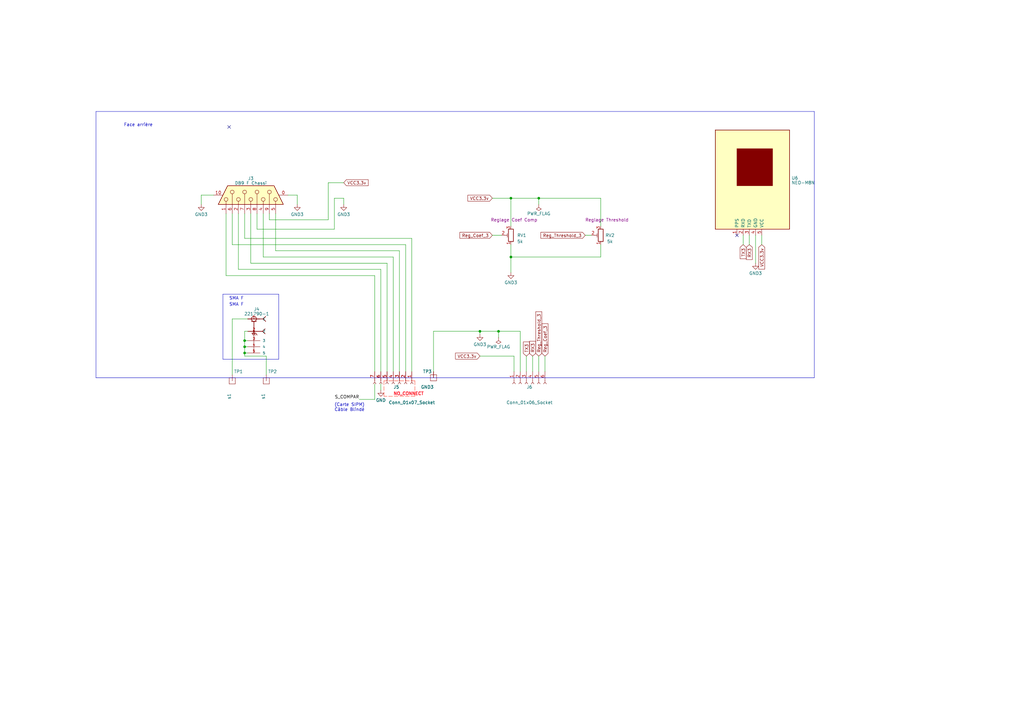
<source format=kicad_sch>
(kicad_sch (version 20230121) (generator eeschema)
  (paper "A3")
  (title_block (date "2023-03-07") (rev "Carte GPS SIPM_V3") (company "P&SC"))
  (lib_symbols
    (symbol "221790-1_1" (pin_names (offset 1.016))
      (property "Reference" "J" (at -3.8155 4.0699 0))
      (property "Value" "221790-1" (at -4.3236 -5.5953 0))
      (symbol "221790-1_1_0_0"
        (circle (center 0 -2.54) (radius 0.254) (stroke (width 0.254)))
        (polyline (pts (xy -4.826 1.524) (xy -3.81 2.54)) (stroke (width 0.254)))
        (polyline (pts (xy -4.826 3.556) (xy -3.81 2.54)) (stroke (width 0.254)))
        (polyline (pts (xy -4.572 -3.556) (xy -3.556 -2.54)) (stroke (width 0.254)))
        (polyline (pts (xy -4.572 -1.524) (xy -3.556 -2.54)) (stroke (width 0.254)))
        (polyline (pts (xy -3.81 2.54) (xy 2.54 2.54)) (stroke (width 0.254)))
        (polyline (pts (xy -1.016 1.524) (xy 0 1.524)) (stroke (width 0.254)))
        (polyline (pts (xy -0.762 -3.302) (xy -1.27 -4.064)) (stroke (width 0.254)))
        (polyline (pts (xy 0 -3.302) (xy -0.762 -3.302)) (stroke (width 0.254)))
        (polyline (pts (xy 0 -3.302) (xy -0.508 -4.064)) (stroke (width 0.254)))
        (polyline (pts (xy 0 -3.302) (xy 0.762 -3.302)) (stroke (width 0.254)))
        (polyline (pts (xy 0 -2.54) (xy -3.556 -2.54)) (stroke (width 0.254)))
        (polyline (pts (xy 0 -2.54) (xy 0 -3.302)) (stroke (width 0.254)))
        (polyline (pts (xy 0 1.524) (xy 0 -2.54)) (stroke (width 0.254)))
        (polyline (pts (xy 0 1.524) (xy 1.016 1.524)) (stroke (width 0.254)))
        (polyline (pts (xy 0.762 -3.302) (xy 0.254 -4.064)) (stroke (width 0.254)))
        (polyline (pts (xy 2.54 -2.54) (xy 0 -2.54)) (stroke (width 0.254)))
        (circle (center 0 2.54) (radius 1.016) (stroke (width 0.254)))
        (pin passive line (at 2.54 2.54 180) (length 5.08) (name "1") (number "1"))
        (pin passive line (at 2.54 -2.54 180) (length 5.08) (name "2") (number "2"))
        (pin passive line (at 2.54 -6.35 180) (length 5.08) (name "3") (number "3"))
        (pin passive line (at 2.54 -8.89 180) (length 5.08) (name "4") (number "4"))
        (pin passive line (at 2.54 -11.43 180) (length 5.08) (name "5") (number "5"))
      )
      (symbol "221790-1_1_0_1"
        (polyline (pts (xy 0 -8.89) (xy 0 -11.43)))
        (polyline (pts (xy 0 -6.985) (xy 0 -8.89)))
        (polyline (pts (xy 0 -2.54) (xy 0 -6.985)))
      )
    )
    (symbol "Composants_2023:NEO-M8N"
      (property "Reference" "U3" (at 16.002 0.6437 0))
      (property "Value" "NEO-M8N" (at 16.002 -1.2773 0))
      (symbol "NEO-M8N_0_1"
        (rectangle (start -15.24 20.32) (end 15.24 -20.32) (stroke (width 0.254)) (fill (type background)))
        (rectangle (start -6.35 12.7) (end 8.255 -2.54) (stroke (width 0.1524)) (fill (type outline)))
      )
      (symbol "NEO-M8N_1_1"
        (pin output line (at -6.35 -22.86 90) (length 2.54) (name "PPS") (number "1"))
        (pin input line (at -3.81 -22.86 90) (length 2.54) (name "RXD") (number "2"))
        (pin output line (at -1.27 -22.86 90) (length 2.54) (name "TXD") (number "3"))
        (pin power_in line (at 1.27 -22.86 90) (length 2.54) (name "GND") (number "4"))
        (pin power_in line (at 3.81 -22.86 90) (length 2.54) (name "VCC") (number "5"))
      )
    )
    (symbol "Composants_CF_2023:DE9_Receptacle_MountingHoles" (pin_names (offset 1.016) hide)
      (property "Reference" "J" (at 0 16.51 0))
      (property "Value" "DE9_Receptacle_MountingHoles" (at 19.685 15.875 0))
      (symbol "DE9_Receptacle_MountingHoles_0_1"
        (circle (center -1.778 -10.16) (radius 0.762))
        (circle (center -1.778 -5.08) (radius 0.762))
        (circle (center -1.778 0) (radius 0.762))
        (circle (center -1.778 5.08) (radius 0.762))
        (circle (center -1.778 10.16) (radius 0.762))
        (polyline (pts (xy -3.81 -10.16) (xy -2.54 -10.16)))
        (polyline (pts (xy -3.81 -7.62) (xy 0.508 -7.62)))
        (polyline (pts (xy -3.81 -5.08) (xy -2.54 -5.08)))
        (polyline (pts (xy -3.81 -2.54) (xy 0.508 -2.54)))
        (polyline (pts (xy -3.81 0) (xy -2.54 0)))
        (polyline (pts (xy -3.81 2.54) (xy 0.508 2.54)))
        (polyline (pts (xy -3.81 5.08) (xy -2.54 5.08)))
        (polyline (pts (xy -3.81 7.62) (xy 0.508 7.62)))
        (polyline (pts (xy -3.81 10.16) (xy -2.54 10.16)))
        (polyline (pts (xy -3.81 13.335) (xy -3.81 -13.335) (xy 3.81 -9.525) (xy 3.81 9.525) (xy -3.81 13.335)) (stroke (width 0.254)) (fill (type background)))
        (circle (center 1.27 -7.62) (radius 0.762))
        (circle (center 1.27 -2.54) (radius 0.762))
        (circle (center 1.27 2.54) (radius 0.762))
        (circle (center 1.27 7.62) (radius 0.762))
      )
      (symbol "DE9_Receptacle_MountingHoles_1_1"
        (pin passive line (at 0 -15.24 90) (length 3.81) (name "PAD") (number "0"))
        (pin passive line (at -7.62 10.16 0) (length 3.81) (name "1") (number "1"))
        (pin passive line (at 0 15.24 270) (length 3.81) (name "PAD") (number "10"))
        (pin passive line (at -7.62 5.08 0) (length 3.81) (name "2") (number "2"))
        (pin passive line (at -7.62 0 0) (length 3.81) (name "3") (number "3"))
        (pin passive line (at -7.62 -5.08 0) (length 3.81) (name "4") (number "4"))
        (pin passive line (at -7.62 -10.16 0) (length 3.81) (name "5") (number "5"))
        (pin passive line (at -7.62 7.62 0) (length 3.81) (name "6") (number "6"))
        (pin passive line (at -7.62 2.54 0) (length 3.81) (name "7") (number "7"))
        (pin passive line (at -7.62 -2.54 0) (length 3.81) (name "8") (number "8"))
        (pin passive line (at -7.62 -7.62 0) (length 3.81) (name "9") (number "9"))
      )
    )
    (symbol "Connector:Conn_01x06_Socket" (pin_names (offset 1.016) hide)
      (property "Reference" "J" (at 0 7.62 0))
      (property "Value" "Conn_01x06_Socket" (at 0 -10.16 0))
      (symbol "Conn_01x06_Socket_1_1"
        (arc (start 0 -7.112) (mid -0.5058 -7.62) (end 0 -8.128) (stroke (width 0.1524)))
        (arc (start 0 -4.572) (mid -0.5058 -5.08) (end 0 -5.588) (stroke (width 0.1524)))
        (arc (start 0 -2.032) (mid -0.5058 -2.54) (end 0 -3.048) (stroke (width 0.1524)))
        (polyline (pts (xy -1.27 -7.62) (xy -0.508 -7.62)) (stroke (width 0.1524)))
        (polyline (pts (xy -1.27 -5.08) (xy -0.508 -5.08)) (stroke (width 0.1524)))
        (polyline (pts (xy -1.27 -2.54) (xy -0.508 -2.54)) (stroke (width 0.1524)))
        (polyline (pts (xy -1.27 0) (xy -0.508 0)) (stroke (width 0.1524)))
        (polyline (pts (xy -1.27 2.54) (xy -0.508 2.54)) (stroke (width 0.1524)))
        (polyline (pts (xy -1.27 5.08) (xy -0.508 5.08)) (stroke (width 0.1524)))
        (arc (start 0 0.508) (mid -0.5058 0) (end 0 -0.508) (stroke (width 0.1524)))
        (arc (start 0 3.048) (mid -0.5058 2.54) (end 0 2.032) (stroke (width 0.1524)))
        (arc (start 0 5.588) (mid -0.5058 5.08) (end 0 4.572) (stroke (width 0.1524)))
        (pin passive line (at -5.08 5.08 0) (length 3.81) (name "Pin_1") (number "1"))
        (pin passive line (at -5.08 2.54 0) (length 3.81) (name "Pin_2") (number "2"))
        (pin passive line (at -5.08 0 0) (length 3.81) (name "Pin_3") (number "3"))
        (pin passive line (at -5.08 -2.54 0) (length 3.81) (name "Pin_4") (number "4"))
        (pin passive line (at -5.08 -5.08 0) (length 3.81) (name "Pin_5") (number "5"))
        (pin passive line (at -5.08 -7.62 0) (length 3.81) (name "Pin_6") (number "6"))
      )
    )
    (symbol "Connector:Conn_01x07_Socket" (pin_names (offset 1.016) hide)
      (property "Reference" "J" (at 0 10.16 0))
      (property "Value" "Conn_01x07_Socket" (at 0 -10.16 0))
      (symbol "Conn_01x07_Socket_1_1"
        (arc (start 0 -7.112) (mid -0.5058 -7.62) (end 0 -8.128) (stroke (width 0.1524)))
        (arc (start 0 -4.572) (mid -0.5058 -5.08) (end 0 -5.588) (stroke (width 0.1524)))
        (arc (start 0 -2.032) (mid -0.5058 -2.54) (end 0 -3.048) (stroke (width 0.1524)))
        (polyline (pts (xy -1.27 -7.62) (xy -0.508 -7.62)) (stroke (width 0.1524)))
        (polyline (pts (xy -1.27 -5.08) (xy -0.508 -5.08)) (stroke (width 0.1524)))
        (polyline (pts (xy -1.27 -2.54) (xy -0.508 -2.54)) (stroke (width 0.1524)))
        (polyline (pts (xy -1.27 0) (xy -0.508 0)) (stroke (width 0.1524)))
        (polyline (pts (xy -1.27 2.54) (xy -0.508 2.54)) (stroke (width 0.1524)))
        (polyline (pts (xy -1.27 5.08) (xy -0.508 5.08)) (stroke (width 0.1524)))
        (polyline (pts (xy -1.27 7.62) (xy -0.508 7.62)) (stroke (width 0.1524)))
        (arc (start 0 0.508) (mid -0.5058 0) (end 0 -0.508) (stroke (width 0.1524)))
        (arc (start 0 3.048) (mid -0.5058 2.54) (end 0 2.032) (stroke (width 0.1524)))
        (arc (start 0 5.588) (mid -0.5058 5.08) (end 0 4.572) (stroke (width 0.1524)))
        (arc (start 0 8.128) (mid -0.5058 7.62) (end 0 7.112) (stroke (width 0.1524)))
        (pin passive line (at -5.08 7.62 0) (length 3.81) (name "Pin_1") (number "1"))
        (pin passive line (at -5.08 5.08 0) (length 3.81) (name "Pin_2") (number "2"))
        (pin passive line (at -5.08 2.54 0) (length 3.81) (name "Pin_3") (number "3"))
        (pin passive line (at -5.08 0 0) (length 3.81) (name "Pin_4") (number "4"))
        (pin passive line (at -5.08 -2.54 0) (length 3.81) (name "Pin_5") (number "5"))
        (pin passive line (at -5.08 -5.08 0) (length 3.81) (name "Pin_6") (number "6"))
        (pin passive line (at -5.08 -7.62 0) (length 3.81) (name "Pin_7") (number "7"))
      )
    )
    (symbol "Device:R_Potentiometer_Trim" (pin_names (offset 1.016) hide)
      (property "Reference" "RV" (at -4.445 0 90))
      (property "Value" "R_Potentiometer_Trim" (at -2.54 0 90))
      (symbol "R_Potentiometer_Trim_0_1"
        (polyline (pts (xy 1.524 0.762) (xy 1.524 -0.762)))
        (polyline (pts (xy 2.54 0) (xy 1.524 0)))
        (rectangle (start 1.016 2.54) (end -1.016 -2.54) (stroke (width 0.254)))
      )
      (symbol "R_Potentiometer_Trim_1_1"
        (pin passive line (at 0 3.81 270) (length 1.27) (name "1") (number "1"))
        (pin passive line (at 3.81 0 180) (length 1.27) (name "2") (number "2"))
        (pin passive line (at 0 -3.81 90) (length 1.27) (name "3") (number "3"))
      )
    )
    (symbol "Module_Perso:TestPoint" (pin_numbers hide) (pin_names (offset 0.762) hide)
      (property "Reference" "TP" (at 0 6.858 0))
      (property "Value" "TestPoint" (at 0 5.08 0))
      (symbol "TestPoint_0_1"
        (rectangle (start -1.27 3.81) (end 1.27 1.27) (stroke (width 0.1524)))
      )
      (symbol "TestPoint_1_1"
        (pin passive line (at 0 0 90) (length 2.54) (name "1") (number "1"))
      )
    )
    (symbol "power:GND" (power) (pin_names (offset 0))
      (property "Value" "GND" (at 0 -3.81 0))
      (symbol "GND_0_1"
        (polyline (pts (xy 0 0) (xy 0 -1.27) (xy 1.27 -1.27) (xy 0 -2.54) (xy -1.27 -1.27) (xy 0 -1.27)))
      )
      (symbol "GND_1_1"
        (pin power_in line (at 0 0 270) (length 0) hide (name "GND") (number "1"))
      )
    )
    (symbol "power:GND3" (power) (pin_names (offset 0))
      (property "Value" "GND3" (at 0 -3.81 0))
      (symbol "GND3_0_1"
        (polyline (pts (xy 0 0) (xy 0 -1.27) (xy 1.27 -1.27) (xy 0 -2.54) (xy -1.27 -1.27) (xy 0 -1.27)))
      )
      (symbol "GND3_1_1"
        (pin power_in line (at 0 0 270) (length 0) hide (name "GND3") (number "1"))
      )
    )
    (symbol "power:PWR_FLAG" (power) (pin_numbers hide) (pin_names (offset 0) hide)
      (property "Value" "PWR_FLAG" (at 0 3.81 0))
      (symbol "PWR_FLAG_0_0"
        (pin power_out line (at 0 0 90) (length 0) (name "pwr") (number "1"))
      )
      (symbol "PWR_FLAG_0_1"
        (polyline (pts (xy 0 0) (xy 0 1.27) (xy -1.016 1.905) (xy 0 2.54) (xy 1.016 1.905) (xy 0 1.27)))
      )
    )
  )
  (junction (at 196.85 135.89))
  (junction (at 100.33 139.7))
  (junction (at 100.33 144.78))
  (junction (at 220.98 81.28))
  (junction (at 204.47 135.89))
  (junction (at 100.33 142.24))
  (junction (at 209.55 105.41))
  (junction (at 209.55 81.28))
  (no_connect (at 93.98 52.07))
  (no_connect (at 302.26 96.52))
  (wire (pts (xy 201.93 96.52) (xy 205.74 96.52)))
  (wire (pts (xy 100.33 97.79) (xy 100.33 87.63)))
  (wire (pts (xy 210.82 146.05) (xy 210.82 152.4)))
  (wire (pts (xy 147.32 163.83) (xy 153.67 163.83)))
  (wire (pts (xy 105.41 87.63) (xy 105.41 93.98)))
  (wire (pts (xy 100.33 142.24) (xy 100.33 139.7)))
  (polyline (pts (xy 114.3 120.65) (xy 114.3 147.32)))
  (wire (pts (xy 223.52 146.05) (xy 223.52 152.4)))
  (wire (pts (xy 95.25 130.81) (xy 95.25 153.67)))
  (wire (pts (xy 109.22 146.05) (xy 100.33 146.05)))
  (wire (pts (xy 156.21 110.49) (xy 156.21 152.4)))
  (wire (pts (xy 177.8 135.89) (xy 177.8 152.4)))
  (wire (pts (xy 107.95 105.41) (xy 161.29 105.41)))
  (polyline (pts (xy 170.18 156.21) (xy 157.48 156.21)) (stroke (width 0) (type dash) (color 255 50 27 1)))
  (polyline (pts (xy 91.44 120.65) (xy 114.3 120.65)))
  (polyline (pts (xy 39.37 45.72) (xy 334.01 45.72)))
  (wire (pts (xy 153.67 157.48) (xy 153.67 163.83)))
  (wire (pts (xy 161.29 105.41) (xy 161.29 152.4)))
  (wire (pts (xy 107.95 87.63) (xy 107.95 105.41)))
  (wire (pts (xy 204.47 135.89) (xy 213.36 135.89)))
  (wire (pts (xy 196.85 146.05) (xy 210.82 146.05)))
  (wire (pts (xy 113.03 87.63) (xy 113.03 102.87)))
  (wire (pts (xy 209.55 105.41) (xy 209.55 111.76)))
  (wire (pts (xy 110.49 90.17) (xy 134.62 90.17)))
  (wire (pts (xy 134.62 74.93) (xy 140.97 74.93)))
  (wire (pts (xy 137.16 81.28) (xy 140.97 81.28)))
  (wire (pts (xy 109.22 153.67) (xy 109.22 146.05)))
  (polyline (pts (xy 170.18 162.56) (xy 157.48 162.56)) (stroke (width 0) (type dash) (color 255 50 27 1)))
  (wire (pts (xy 209.55 100.33) (xy 209.55 105.41)))
  (wire (pts (xy 102.87 107.95) (xy 102.87 87.63)))
  (wire (pts (xy 100.33 142.24) (xy 101.6 142.24)))
  (wire (pts (xy 118.11 80.01) (xy 121.92 80.01)))
  (polyline (pts (xy 91.44 120.65) (xy 91.44 147.32)))
  (wire (pts (xy 201.93 81.28) (xy 209.55 81.28)))
  (wire (pts (xy 134.62 90.17) (xy 134.62 74.93)))
  (wire (pts (xy 92.71 87.63) (xy 92.71 113.03)))
  (wire (pts (xy 215.9 146.05) (xy 215.9 152.4)))
  (wire (pts (xy 100.33 139.7) (xy 100.33 135.89)))
  (wire (pts (xy 110.49 87.63) (xy 110.49 90.17)))
  (wire (pts (xy 309.88 96.52) (xy 309.88 107.95)))
  (wire (pts (xy 304.8 96.52) (xy 304.8 100.33)))
  (polyline (pts (xy 170.18 156.21) (xy 170.18 162.56)) (stroke (width 0) (type dash) (color 255 50 27 1)))
  (wire (pts (xy 156.21 157.48) (xy 156.21 160.02)))
  (wire (pts (xy 168.91 152.4) (xy 168.91 97.79)))
  (polyline (pts (xy 334.01 154.94) (xy 39.37 154.94)))
  (wire (pts (xy 82.55 80.01) (xy 82.55 83.82)))
  (wire (pts (xy 100.33 139.7) (xy 101.6 139.7)))
  (wire (pts (xy 220.98 81.28) (xy 246.38 81.28)))
  (wire (pts (xy 121.92 83.82) (xy 121.92 80.01)))
  (wire (pts (xy 100.33 144.78) (xy 100.33 142.24)))
  (wire (pts (xy 196.85 135.89) (xy 177.8 135.89)))
  (wire (pts (xy 100.33 146.05) (xy 100.33 144.78)))
  (wire (pts (xy 97.79 110.49) (xy 156.21 110.49)))
  (polyline (pts (xy 39.37 45.72) (xy 39.37 154.94)))
  (wire (pts (xy 97.79 87.63) (xy 97.79 110.49)))
  (wire (pts (xy 100.33 135.89) (xy 101.6 135.89)))
  (wire (pts (xy 95.25 87.63) (xy 95.25 100.33)))
  (wire (pts (xy 218.44 146.05) (xy 218.44 152.4)))
  (wire (pts (xy 220.98 146.05) (xy 220.98 152.4)))
  (polyline (pts (xy 157.48 156.21) (xy 157.48 162.56)) (stroke (width 0) (type dash) (color 255 50 27 1)))
  (wire (pts (xy 168.91 97.79) (xy 100.33 97.79)))
  (wire (pts (xy 158.75 152.4) (xy 158.75 107.95)))
  (wire (pts (xy 105.41 93.98) (xy 137.16 93.98)))
  (wire (pts (xy 153.67 152.4) (xy 153.67 113.03)))
  (wire (pts (xy 204.47 135.89) (xy 204.47 138.43)))
  (wire (pts (xy 101.6 130.81) (xy 95.25 130.81)))
  (wire (pts (xy 153.67 113.03) (xy 92.71 113.03)))
  (wire (pts (xy 209.55 105.41) (xy 246.38 105.41)))
  (wire (pts (xy 312.42 96.52) (xy 312.42 100.33)))
  (wire (pts (xy 113.03 102.87) (xy 163.83 102.87)))
  (wire (pts (xy 220.98 81.28) (xy 220.98 83.82)))
  (polyline (pts (xy 334.01 45.72) (xy 334.01 154.94)))
  (wire (pts (xy 246.38 100.33) (xy 246.38 105.41)))
  (wire (pts (xy 209.55 81.28) (xy 220.98 81.28)))
  (wire (pts (xy 163.83 102.87) (xy 163.83 152.4)))
  (wire (pts (xy 158.75 107.95) (xy 102.87 107.95)))
  (wire (pts (xy 213.36 135.89) (xy 213.36 152.4)))
  (wire (pts (xy 166.37 100.33) (xy 166.37 152.4)))
  (wire (pts (xy 246.38 81.28) (xy 246.38 92.71)))
  (wire (pts (xy 140.97 81.28) (xy 140.97 83.82)))
  (wire (pts (xy 240.03 96.52) (xy 242.57 96.52)))
  (wire (pts (xy 137.16 81.28) (xy 137.16 93.98)))
  (wire (pts (xy 196.85 135.89) (xy 204.47 135.89)))
  (wire (pts (xy 209.55 81.28) (xy 209.55 92.71)))
  (wire (pts (xy 307.34 96.52) (xy 307.34 100.33)))
  (wire (pts (xy 100.33 144.78) (xy 101.6 144.78)))
  (wire (pts (xy 87.63 80.01) (xy 82.55 80.01)))
  (polyline (pts (xy 114.3 147.32) (xy 91.44 147.32)))
  (wire (pts (xy 95.25 100.33) (xy 166.37 100.33)))
  (wire (pts (xy 196.85 137.16) (xy 196.85 135.89)))
  (text "Face arrière" (at 50.8 52.07 0) (effects (font (size 1.27 1.27)) (justify left bottom)))
  (text "SMA F" (at 93.98 125.73 0) (effects (font (size 1.27 1.27)) (justify left bottom)))
  (text "SMA F" (at 93.98 123.19 0) (effects (font (size 1.27 1.27)) (justify left bottom)))
  (text "(Carte SIPM)\nCâble Blindé" (at 137.16 168.91 0) (effects (font (size 1.27 1.27)) (justify left bottom)))
  (label "NO_CONNECT" (at 161.29 162.56 0) (effects (font (thickness 0.254) bold)))
  (label "S_COMPAR" (at 147.32 163.83 180))
  (global_label "RX3" (shape input) (at 218.44 146.05 90) (property "Intersheetrefs" "${INTERSHEET_REFS}" (effects hide)))
  (global_label "VCC3.3v" (shape input) (at 140.97 74.93 0) (property "Intersheetrefs" "${INTERSHEET_REFS}" (effects hide)))
  (global_label "Reg_Threshold_3" (shape input) (at 240.03 96.52 180) (property "Intersheetrefs" "${INTERSHEET_REFS}" (effects hide)))
  (global_label "Reg_Coef_3" (shape input) (at 223.52 146.05 90) (property "Intersheetrefs" "${INTERSHEET_REFS}" (effects hide)))
  (global_label "RX3" (shape input) (at 307.34 100.33 270) (property "Intersheetrefs" "${INTERSHEET_REFS}" (effects hide)))
  (global_label "VCC3.3v" (shape input) (at 312.42 100.33 270) (property "Intersheetrefs" "${INTERSHEET_REFS}" (effects hide)))
  (global_label "TX3" (shape input) (at 304.8 100.33 270) (property "Intersheetrefs" "${INTERSHEET_REFS}" (effects hide)))
  (global_label "Reg_Threshold_3" (shape input) (at 220.98 146.05 90) (property "Intersheetrefs" "${INTERSHEET_REFS}" (effects hide)))
  (global_label "VCC3.3v" (shape input) (at 196.85 146.05 180) (property "Intersheetrefs" "${INTERSHEET_REFS}" (effects hide)))
  (global_label "Reg_Coef_3" (shape input) (at 201.93 96.52 180) (property "Intersheetrefs" "${INTERSHEET_REFS}" (effects hide)))
  (global_label "VCC3.3v" (shape input) (at 201.93 81.28 180) (property "Intersheetrefs" "${INTERSHEET_REFS}" (effects hide)))
  (global_label "TX3" (shape input) (at 215.9 146.05 90) (property "Intersheetrefs" "${INTERSHEET_REFS}" (effects hide)))
  (symbol (lib_id "power:PWR_FLAG") (at 220.98 83.82 180) (unit 1)
    (property "Reference" "#FLG04" (effects hide))
    (property "Value" "PWR_FLAG" (at 220.98 87.63 0))
  )
  (symbol (lib_id "power:GND3") (at 82.55 83.82 0) (unit 1)
    (property "Reference" "#PWR017" (effects hide))
    (property "Value" "GND3" (at 82.55 87.9555 0))
  )
  (symbol (lib_id "power:GND3") (at 309.88 107.95 0) (unit 1)
    (property "Reference" "#PWR033" (effects hide))
    (property "Value" "GND3" (at 309.88 112.0855 0))
  )
  (symbol (lib_id "Module_Perso:TestPoint") (at 109.22 153.67 180) (unit 1)
    (property "Reference" "TP2" (at 111.76 152.4 0))
    (property "Value" "s1" (at 107.95 162.56 90))
    (property "Footprint" "COMPOSANT_CF:TestPoint_THTPad_4.75x3.7mm_Drill1.5mm" (effects hide))
  )
  (symbol (lib_id "Module_Perso:TestPoint") (at 177.8 152.4 180) (unit 1)
    (property "Reference" "TP3" (at 175.26 152.4 0))
    (property "Value" "GND3" (at 175.26 158.75 0))
    (property "Footprint" "COMPOSANT_CF:TestPoint_THTPad_4.75x3.7mm_Drill1.5mm" (effects hide))
  )
  (symbol (lib_id "power:GND3") (at 196.85 137.16 0) (unit 1)
    (property "Reference" "#PWR026" (effects hide))
    (property "Value" "GND3" (at 196.85 141.2955 0))
  )
  (symbol (lib_id "Device:R_Potentiometer_Trim") (at 209.55 96.52 180) (unit 1)
    (property "Reference" "RV1" (at 212.09 96.52 0) (effects (justify right)))
    (property "Value" "5k" (at 212.09 99.06 0) (effects (justify right)))
    (property "Footprint" "Potentiometer_THT:Potentiometer_Bourns_3005_Horizontal" (effects hide))
    (property "Field4" "Reglage Coef Comp" (at 210.82 90.17 0))
  )
  (symbol (lib_id "power:GND3") (at 121.92 83.82 0) (unit 1)
    (property "Reference" "#PWR019" (effects hide))
    (property "Value" "GND3" (at 121.92 87.9555 0))
  )
  (symbol (lib_id "Composants_2023:NEO-M8N") (at 308.61 73.66 0) (unit 1)
    (property "Reference" "U6" (at 324.612 73.0163 0) (effects (justify left)))
    (property "Value" "NEO-M8N" (at 324.612 74.9373 0) (effects (justify left)))
    (property "Footprint" "MODULE_CF:GPS_NEO8" (effects hide))
    (property "Datasheet" "https://www.u-blox.com/sites/default/files/NEO-M8-FW3_DataSheet_%28UBX-15031086%29.pdf" (effects hide))
  )
  (symbol (lib_name "221790-1_1") (lib_id "Composants_2023:221790-1") (at 104.14 133.35 0) (mirror y) (unit 1)
    (property "Reference" "J4" (at 105.283 126.7841 0))
    (property "Value" "221790-1" (at 105.283 128.7051 0))
    (property "Footprint" "COMPOSANT_CF:TE_221790-1" (effects hide))
    (property "Comment" "221790-1" (effects hide))
    (property "EU_RoHS_Compliance" "Compliant with Exemptions" (effects hide))
  )
  (symbol (lib_id "power:PWR_FLAG") (at 204.47 138.43 180) (unit 1)
    (property "Reference" "#FLG03" (effects hide))
    (property "Value" "PWR_FLAG" (at 204.47 142.24 0))
  )
  (symbol (lib_id "power:GND3") (at 140.97 83.82 0) (unit 1)
    (property "Reference" "#PWR021" (effects hide))
    (property "Value" "GND3" (at 140.97 87.9555 0))
  )
  (symbol (lib_id "power:GND") (at 156.21 160.02 0) (unit 1)
    (property "Reference" "#PWR02" (effects hide))
    (property "Value" "GND" (at 156.21 164.1555 0))
  )
  (symbol (lib_id "Device:R_Potentiometer_Trim") (at 246.38 96.52 180) (unit 1)
    (property "Reference" "RV2" (at 250.19 96.52 0))
    (property "Value" "5k" (at 250.19 99.06 0))
    (property "Footprint" "Potentiometer_THT:Potentiometer_Bourns_3005_Horizontal" (effects hide))
    (property "Field4" "Reglage Threshold" (at 248.92 90.17 0))
  )
  (symbol (lib_id "Composants_CF_2023:DE9_Receptacle_MountingHoles") (at 102.87 80.01 90) (unit 1)
    (property "Reference" "J3" (at 102.87 73.1901 90))
    (property "Value" "DB9 F Chassi" (at 102.87 75.1111 90))
    (property "Footprint" "Connector_Dsub:DSUB-9_Female_Horizontal_P2.77x2.84mm_EdgePinOffset4.94mm_Housed_MountingHolesOffset7.48mm" (effects hide))
    (property "Datasheet" " ~" (effects hide))
  )
  (symbol (lib_id "Module_Perso:TestPoint") (at 95.25 153.67 180) (unit 1)
    (property "Reference" "TP1" (at 97.79 152.4 0))
    (property "Value" "s1" (at 93.98 162.56 90))
    (property "Footprint" "COMPOSANT_CF:TestPoint_THTPad_4.75x3.7mm_Drill1.5mm" (effects hide))
  )
  (symbol (lib_id "Connector:Conn_01x06_Socket") (at 215.9 157.48 90) (mirror x) (unit 1)
    (property "Reference" "J6" (at 217.17 158.75 90))
    (property "Value" "Conn_01x06_Socket" (at 217.17 165.1 90))
    (property "Footprint" "Connector_Molex:Molex_KK-254_AE-6410-06A_1x06_P2.54mm_Vertical" (effects hide))
  )
  (symbol (lib_id "Connector:Conn_01x07_Socket") (at 161.29 157.48 270) (unit 1)
    (property "Reference" "J5" (at 162.56 158.75 90))
    (property "Value" "Conn_01x07_Socket" (at 168.91 165.1 90))
    (property "Footprint" "Connector_Molex:Molex_KK-254_AE-6410-07A_1x07_P2.54mm_Vertical" (effects hide))
  )
  (symbol (lib_id "power:GND3") (at 209.55 111.76 0) (unit 1)
    (property "Reference" "#PWR027" (effects hide))
    (property "Value" "GND3" (at 209.55 115.8955 0))
  )
)
</source>
